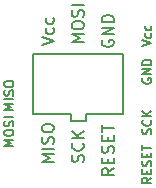
<source format=gto>
G04 #@! TF.FileFunction,Legend,Top*
%FSLAX46Y46*%
G04 Gerber Fmt 4.6, Leading zero omitted, Abs format (unit mm)*
G04 Created by KiCad (PCBNEW 0.201505262310+5684~23~ubuntu14.04.1-product) date Sun 31 May 2015 11:28:12 PM CDT*
%MOMM*%
G01*
G04 APERTURE LIST*
%ADD10C,0.100000*%
%ADD11C,0.200000*%
%ADD12C,0.127000*%
G04 APERTURE END LIST*
D10*
D11*
X153035000Y-105410000D02*
X153670000Y-105410000D01*
X153035000Y-106045000D02*
X153035000Y-105410000D01*
X151765000Y-106045000D02*
X153035000Y-106045000D01*
X151765000Y-105410000D02*
X151765000Y-106045000D01*
X151130000Y-105410000D02*
X151765000Y-105410000D01*
X156210000Y-105410000D02*
X153670000Y-105410000D01*
X156210000Y-100330000D02*
X156210000Y-105410000D01*
X148590000Y-100330000D02*
X156210000Y-100330000D01*
X148590000Y-105410000D02*
X148590000Y-100330000D01*
X151130000Y-105410000D02*
X148590000Y-105410000D01*
D12*
X149303619Y-99634523D02*
X150319619Y-99295856D01*
X149303619Y-98957190D01*
X150271238Y-98183095D02*
X150319619Y-98279857D01*
X150319619Y-98473380D01*
X150271238Y-98570142D01*
X150222857Y-98618523D01*
X150126095Y-98666904D01*
X149835810Y-98666904D01*
X149739048Y-98618523D01*
X149690667Y-98570142D01*
X149642286Y-98473380D01*
X149642286Y-98279857D01*
X149690667Y-98183095D01*
X150271238Y-97312238D02*
X150319619Y-97409000D01*
X150319619Y-97602523D01*
X150271238Y-97699285D01*
X150222857Y-97747666D01*
X150126095Y-97796047D01*
X149835810Y-97796047D01*
X149739048Y-97747666D01*
X149690667Y-97699285D01*
X149642286Y-97602523D01*
X149642286Y-97409000D01*
X149690667Y-97312238D01*
X150319619Y-109546571D02*
X149303619Y-109546571D01*
X150029333Y-109207905D01*
X149303619Y-108869238D01*
X150319619Y-108869238D01*
X150319619Y-108385428D02*
X149303619Y-108385428D01*
X150271238Y-107949999D02*
X150319619Y-107804856D01*
X150319619Y-107562952D01*
X150271238Y-107466190D01*
X150222857Y-107417809D01*
X150126095Y-107369428D01*
X150029333Y-107369428D01*
X149932571Y-107417809D01*
X149884190Y-107466190D01*
X149835810Y-107562952D01*
X149787429Y-107756475D01*
X149739048Y-107853237D01*
X149690667Y-107901618D01*
X149593905Y-107949999D01*
X149497143Y-107949999D01*
X149400381Y-107901618D01*
X149352000Y-107853237D01*
X149303619Y-107756475D01*
X149303619Y-107514571D01*
X149352000Y-107369428D01*
X149303619Y-106740475D02*
X149303619Y-106546952D01*
X149352000Y-106450190D01*
X149448762Y-106353428D01*
X149642286Y-106305047D01*
X149980952Y-106305047D01*
X150174476Y-106353428D01*
X150271238Y-106450190D01*
X150319619Y-106546952D01*
X150319619Y-106740475D01*
X150271238Y-106837237D01*
X150174476Y-106933999D01*
X149980952Y-106982380D01*
X149642286Y-106982380D01*
X149448762Y-106933999D01*
X149352000Y-106837237D01*
X149303619Y-106740475D01*
X152859619Y-99386571D02*
X151843619Y-99386571D01*
X152569333Y-99047905D01*
X151843619Y-98709238D01*
X152859619Y-98709238D01*
X151843619Y-98031904D02*
X151843619Y-97838381D01*
X151892000Y-97741619D01*
X151988762Y-97644857D01*
X152182286Y-97596476D01*
X152520952Y-97596476D01*
X152714476Y-97644857D01*
X152811238Y-97741619D01*
X152859619Y-97838381D01*
X152859619Y-98031904D01*
X152811238Y-98128666D01*
X152714476Y-98225428D01*
X152520952Y-98273809D01*
X152182286Y-98273809D01*
X151988762Y-98225428D01*
X151892000Y-98128666D01*
X151843619Y-98031904D01*
X152811238Y-97209428D02*
X152859619Y-97064285D01*
X152859619Y-96822381D01*
X152811238Y-96725619D01*
X152762857Y-96677238D01*
X152666095Y-96628857D01*
X152569333Y-96628857D01*
X152472571Y-96677238D01*
X152424190Y-96725619D01*
X152375810Y-96822381D01*
X152327429Y-97015904D01*
X152279048Y-97112666D01*
X152230667Y-97161047D01*
X152133905Y-97209428D01*
X152037143Y-97209428D01*
X151940381Y-97161047D01*
X151892000Y-97112666D01*
X151843619Y-97015904D01*
X151843619Y-96774000D01*
X151892000Y-96628857D01*
X152859619Y-96193428D02*
X151843619Y-96193428D01*
X152811238Y-109510285D02*
X152859619Y-109365142D01*
X152859619Y-109123238D01*
X152811238Y-109026476D01*
X152762857Y-108978095D01*
X152666095Y-108929714D01*
X152569333Y-108929714D01*
X152472571Y-108978095D01*
X152424190Y-109026476D01*
X152375810Y-109123238D01*
X152327429Y-109316761D01*
X152279048Y-109413523D01*
X152230667Y-109461904D01*
X152133905Y-109510285D01*
X152037143Y-109510285D01*
X151940381Y-109461904D01*
X151892000Y-109413523D01*
X151843619Y-109316761D01*
X151843619Y-109074857D01*
X151892000Y-108929714D01*
X152762857Y-107913714D02*
X152811238Y-107962095D01*
X152859619Y-108107238D01*
X152859619Y-108204000D01*
X152811238Y-108349142D01*
X152714476Y-108445904D01*
X152617714Y-108494285D01*
X152424190Y-108542666D01*
X152279048Y-108542666D01*
X152085524Y-108494285D01*
X151988762Y-108445904D01*
X151892000Y-108349142D01*
X151843619Y-108204000D01*
X151843619Y-108107238D01*
X151892000Y-107962095D01*
X151940381Y-107913714D01*
X152859619Y-107478285D02*
X151843619Y-107478285D01*
X152859619Y-106897714D02*
X152279048Y-107333142D01*
X151843619Y-106897714D02*
X152424190Y-107478285D01*
X154432000Y-99199095D02*
X154383619Y-99295857D01*
X154383619Y-99441000D01*
X154432000Y-99586142D01*
X154528762Y-99682904D01*
X154625524Y-99731285D01*
X154819048Y-99779666D01*
X154964190Y-99779666D01*
X155157714Y-99731285D01*
X155254476Y-99682904D01*
X155351238Y-99586142D01*
X155399619Y-99441000D01*
X155399619Y-99344238D01*
X155351238Y-99199095D01*
X155302857Y-99150714D01*
X154964190Y-99150714D01*
X154964190Y-99344238D01*
X155399619Y-98715285D02*
X154383619Y-98715285D01*
X155399619Y-98134714D01*
X154383619Y-98134714D01*
X155399619Y-97650904D02*
X154383619Y-97650904D01*
X154383619Y-97408999D01*
X154432000Y-97263857D01*
X154528762Y-97167095D01*
X154625524Y-97118714D01*
X154819048Y-97070333D01*
X154964190Y-97070333D01*
X155157714Y-97118714D01*
X155254476Y-97167095D01*
X155351238Y-97263857D01*
X155399619Y-97408999D01*
X155399619Y-97650904D01*
X155399619Y-110060619D02*
X154915810Y-110399285D01*
X155399619Y-110641190D02*
X154383619Y-110641190D01*
X154383619Y-110254143D01*
X154432000Y-110157381D01*
X154480381Y-110109000D01*
X154577143Y-110060619D01*
X154722286Y-110060619D01*
X154819048Y-110109000D01*
X154867429Y-110157381D01*
X154915810Y-110254143D01*
X154915810Y-110641190D01*
X154867429Y-109625190D02*
X154867429Y-109286524D01*
X155399619Y-109141381D02*
X155399619Y-109625190D01*
X154383619Y-109625190D01*
X154383619Y-109141381D01*
X155351238Y-108754333D02*
X155399619Y-108609190D01*
X155399619Y-108367286D01*
X155351238Y-108270524D01*
X155302857Y-108222143D01*
X155206095Y-108173762D01*
X155109333Y-108173762D01*
X155012571Y-108222143D01*
X154964190Y-108270524D01*
X154915810Y-108367286D01*
X154867429Y-108560809D01*
X154819048Y-108657571D01*
X154770667Y-108705952D01*
X154673905Y-108754333D01*
X154577143Y-108754333D01*
X154480381Y-108705952D01*
X154432000Y-108657571D01*
X154383619Y-108560809D01*
X154383619Y-108318905D01*
X154432000Y-108173762D01*
X154867429Y-107738333D02*
X154867429Y-107399667D01*
X155399619Y-107254524D02*
X155399619Y-107738333D01*
X154383619Y-107738333D01*
X154383619Y-107254524D01*
X154383619Y-106964238D02*
X154383619Y-106383667D01*
X155399619Y-106673952D02*
X154383619Y-106673952D01*
X146902714Y-105083428D02*
X146140714Y-105083428D01*
X146685000Y-104829428D01*
X146140714Y-104575428D01*
X146902714Y-104575428D01*
X146902714Y-104212571D02*
X146140714Y-104212571D01*
X146866429Y-103886000D02*
X146902714Y-103777143D01*
X146902714Y-103595714D01*
X146866429Y-103523143D01*
X146830143Y-103486857D01*
X146757571Y-103450572D01*
X146685000Y-103450572D01*
X146612429Y-103486857D01*
X146576143Y-103523143D01*
X146539857Y-103595714D01*
X146503571Y-103740857D01*
X146467286Y-103813429D01*
X146431000Y-103849714D01*
X146358429Y-103886000D01*
X146285857Y-103886000D01*
X146213286Y-103849714D01*
X146177000Y-103813429D01*
X146140714Y-103740857D01*
X146140714Y-103559429D01*
X146177000Y-103450572D01*
X146140714Y-102978858D02*
X146140714Y-102833715D01*
X146177000Y-102761143D01*
X146249571Y-102688572D01*
X146394714Y-102652286D01*
X146648714Y-102652286D01*
X146793857Y-102688572D01*
X146866429Y-102761143D01*
X146902714Y-102833715D01*
X146902714Y-102978858D01*
X146866429Y-103051429D01*
X146793857Y-103124000D01*
X146648714Y-103160286D01*
X146394714Y-103160286D01*
X146249571Y-103124000D01*
X146177000Y-103051429D01*
X146140714Y-102978858D01*
X146902714Y-108131428D02*
X146140714Y-108131428D01*
X146685000Y-107877428D01*
X146140714Y-107623428D01*
X146902714Y-107623428D01*
X146140714Y-107115429D02*
X146140714Y-106970286D01*
X146177000Y-106897714D01*
X146249571Y-106825143D01*
X146394714Y-106788857D01*
X146648714Y-106788857D01*
X146793857Y-106825143D01*
X146866429Y-106897714D01*
X146902714Y-106970286D01*
X146902714Y-107115429D01*
X146866429Y-107188000D01*
X146793857Y-107260571D01*
X146648714Y-107296857D01*
X146394714Y-107296857D01*
X146249571Y-107260571D01*
X146177000Y-107188000D01*
X146140714Y-107115429D01*
X146866429Y-106498571D02*
X146902714Y-106389714D01*
X146902714Y-106208285D01*
X146866429Y-106135714D01*
X146830143Y-106099428D01*
X146757571Y-106063143D01*
X146685000Y-106063143D01*
X146612429Y-106099428D01*
X146576143Y-106135714D01*
X146539857Y-106208285D01*
X146503571Y-106353428D01*
X146467286Y-106426000D01*
X146431000Y-106462285D01*
X146358429Y-106498571D01*
X146285857Y-106498571D01*
X146213286Y-106462285D01*
X146177000Y-106426000D01*
X146140714Y-106353428D01*
X146140714Y-106172000D01*
X146177000Y-106063143D01*
X146902714Y-105736571D02*
X146140714Y-105736571D01*
X158550429Y-107151714D02*
X158586714Y-107042857D01*
X158586714Y-106861428D01*
X158550429Y-106788857D01*
X158514143Y-106752571D01*
X158441571Y-106716286D01*
X158369000Y-106716286D01*
X158296429Y-106752571D01*
X158260143Y-106788857D01*
X158223857Y-106861428D01*
X158187571Y-107006571D01*
X158151286Y-107079143D01*
X158115000Y-107115428D01*
X158042429Y-107151714D01*
X157969857Y-107151714D01*
X157897286Y-107115428D01*
X157861000Y-107079143D01*
X157824714Y-107006571D01*
X157824714Y-106825143D01*
X157861000Y-106716286D01*
X158514143Y-105954286D02*
X158550429Y-105990572D01*
X158586714Y-106099429D01*
X158586714Y-106172000D01*
X158550429Y-106280857D01*
X158477857Y-106353429D01*
X158405286Y-106389714D01*
X158260143Y-106426000D01*
X158151286Y-106426000D01*
X158006143Y-106389714D01*
X157933571Y-106353429D01*
X157861000Y-106280857D01*
X157824714Y-106172000D01*
X157824714Y-106099429D01*
X157861000Y-105990572D01*
X157897286Y-105954286D01*
X158586714Y-105627714D02*
X157824714Y-105627714D01*
X158586714Y-105192286D02*
X158151286Y-105518857D01*
X157824714Y-105192286D02*
X158260143Y-105627714D01*
X158586714Y-110834714D02*
X158223857Y-111088714D01*
X158586714Y-111270142D02*
X157824714Y-111270142D01*
X157824714Y-110979857D01*
X157861000Y-110907285D01*
X157897286Y-110871000D01*
X157969857Y-110834714D01*
X158078714Y-110834714D01*
X158151286Y-110871000D01*
X158187571Y-110907285D01*
X158223857Y-110979857D01*
X158223857Y-111270142D01*
X158187571Y-110508142D02*
X158187571Y-110254142D01*
X158586714Y-110145285D02*
X158586714Y-110508142D01*
X157824714Y-110508142D01*
X157824714Y-110145285D01*
X158550429Y-109854999D02*
X158586714Y-109746142D01*
X158586714Y-109564713D01*
X158550429Y-109492142D01*
X158514143Y-109455856D01*
X158441571Y-109419571D01*
X158369000Y-109419571D01*
X158296429Y-109455856D01*
X158260143Y-109492142D01*
X158223857Y-109564713D01*
X158187571Y-109709856D01*
X158151286Y-109782428D01*
X158115000Y-109818713D01*
X158042429Y-109854999D01*
X157969857Y-109854999D01*
X157897286Y-109818713D01*
X157861000Y-109782428D01*
X157824714Y-109709856D01*
X157824714Y-109528428D01*
X157861000Y-109419571D01*
X158187571Y-109092999D02*
X158187571Y-108838999D01*
X158586714Y-108730142D02*
X158586714Y-109092999D01*
X157824714Y-109092999D01*
X157824714Y-108730142D01*
X157824714Y-108512428D02*
X157824714Y-108076999D01*
X158586714Y-108294713D02*
X157824714Y-108294713D01*
X157824714Y-99713143D02*
X158586714Y-99459143D01*
X157824714Y-99205143D01*
X158550429Y-98624571D02*
X158586714Y-98697142D01*
X158586714Y-98842285D01*
X158550429Y-98914857D01*
X158514143Y-98951142D01*
X158441571Y-98987428D01*
X158223857Y-98987428D01*
X158151286Y-98951142D01*
X158115000Y-98914857D01*
X158078714Y-98842285D01*
X158078714Y-98697142D01*
X158115000Y-98624571D01*
X158550429Y-97971428D02*
X158586714Y-98043999D01*
X158586714Y-98189142D01*
X158550429Y-98261714D01*
X158514143Y-98297999D01*
X158441571Y-98334285D01*
X158223857Y-98334285D01*
X158151286Y-98297999D01*
X158115000Y-98261714D01*
X158078714Y-98189142D01*
X158078714Y-98043999D01*
X158115000Y-97971428D01*
X157861000Y-102434572D02*
X157824714Y-102507143D01*
X157824714Y-102616000D01*
X157861000Y-102724857D01*
X157933571Y-102797429D01*
X158006143Y-102833714D01*
X158151286Y-102870000D01*
X158260143Y-102870000D01*
X158405286Y-102833714D01*
X158477857Y-102797429D01*
X158550429Y-102724857D01*
X158586714Y-102616000D01*
X158586714Y-102543429D01*
X158550429Y-102434572D01*
X158514143Y-102398286D01*
X158260143Y-102398286D01*
X158260143Y-102543429D01*
X158586714Y-102071714D02*
X157824714Y-102071714D01*
X158586714Y-101636286D01*
X157824714Y-101636286D01*
X158586714Y-101273428D02*
X157824714Y-101273428D01*
X157824714Y-101092000D01*
X157861000Y-100983143D01*
X157933571Y-100910571D01*
X158006143Y-100874286D01*
X158151286Y-100838000D01*
X158260143Y-100838000D01*
X158405286Y-100874286D01*
X158477857Y-100910571D01*
X158550429Y-100983143D01*
X158586714Y-101092000D01*
X158586714Y-101273428D01*
M02*

</source>
